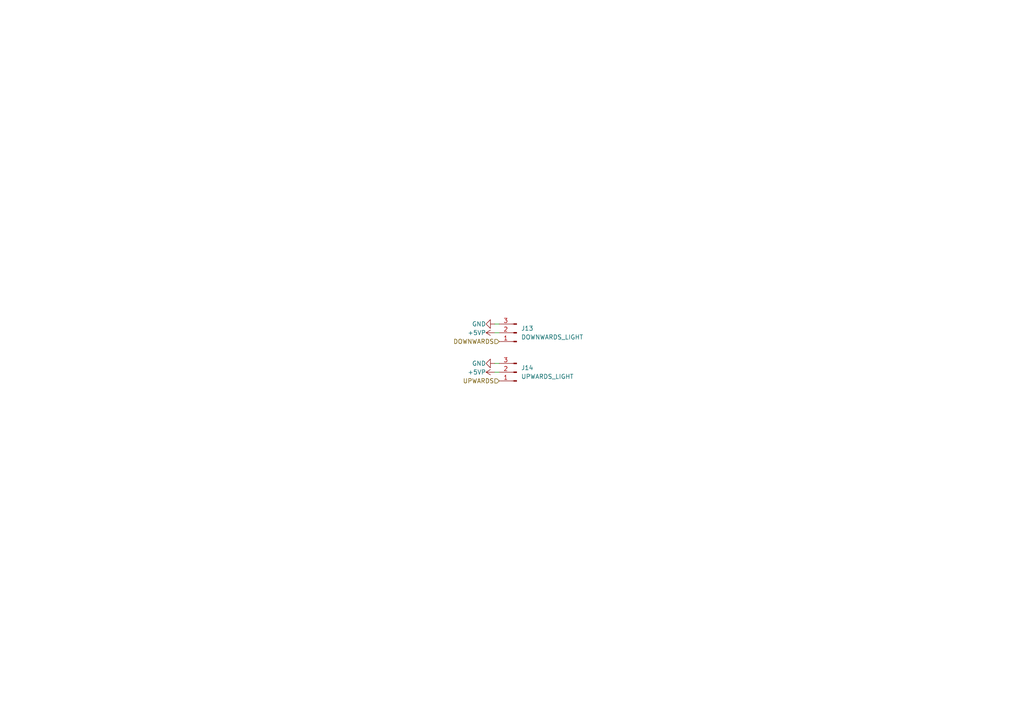
<source format=kicad_sch>
(kicad_sch (version 20230121) (generator eeschema)
  (paper "A4")
  (title_block (title "LumenPnP Motherboard") (date "2022-03-29") (company "Opulo"))
  (lib_symbols
    (symbol "Connector:Conn_01x03_Male" (pin_names (offset 1.016) hide)
      (property "Reference" "J" (at 0 5.08 0))
      (property "Value" "Conn_01x03_Male" (at 0 -5.08 0))
      (symbol "Conn_01x03_Male_1_1"
        (polyline (pts (xy 1.27 -2.54) (xy 0.8636 -2.54)) (stroke (width 0.1524)))
        (polyline (pts (xy 1.27 0) (xy 0.8636 0)) (stroke (width 0.1524)))
        (polyline (pts (xy 1.27 2.54) (xy 0.8636 2.54)) (stroke (width 0.1524)))
        (rectangle (start 0.8636 -2.413) (end 0 -2.667) (stroke (width 0.1524)) (fill (type outline)))
        (rectangle (start 0.8636 0.127) (end 0 -0.127) (stroke (width 0.1524)) (fill (type outline)))
        (rectangle (start 0.8636 2.667) (end 0 2.413) (stroke (width 0.1524)) (fill (type outline)))
        (pin passive line (at 5.08 2.54 180) (length 3.81) (name "Pin_1") (number "1"))
        (pin passive line (at 5.08 0 180) (length 3.81) (name "Pin_2") (number "2"))
        (pin passive line (at 5.08 -2.54 180) (length 3.81) (name "Pin_3") (number "3"))
      )
    )
    (symbol "power:+5VP" (power) (pin_names (offset 0))
      (property "Value" "+5VP" (at 0 3.556 0))
      (symbol "+5VP_0_1"
        (polyline (pts (xy -0.762 1.27) (xy 0 2.54)))
        (polyline (pts (xy 0 0) (xy 0 2.54)))
        (polyline (pts (xy 0 2.54) (xy 0.762 1.27)))
      )
      (symbol "+5VP_1_1"
        (pin power_in line (at 0 0 90) (length 0) hide (name "+5VP") (number "1"))
      )
    )
    (symbol "power:GND" (power) (pin_names (offset 0))
      (property "Value" "GND" (at 0 -3.81 0))
      (symbol "GND_0_1"
        (polyline (pts (xy 0 0) (xy 0 -1.27) (xy 1.27 -1.27) (xy 0 -2.54) (xy -1.27 -1.27) (xy 0 -1.27)))
      )
      (symbol "GND_1_1"
        (pin power_in line (at 0 0 270) (length 0) hide (name "GND") (number "1"))
      )
    )
  )
  (wire (pts (xy 143.51 105.41) (xy 144.78 105.41)))
  (wire (pts (xy 143.51 96.52) (xy 144.78 96.52)))
  (wire (pts (xy 143.51 107.95) (xy 144.78 107.95)))
  (wire (pts (xy 143.51 93.98) (xy 144.78 93.98)))
  (hierarchical_label "UPWARDS" (shape input) (at 144.78 110.49 180))
  (hierarchical_label "DOWNWARDS" (shape input) (at 144.78 99.06 180))
  (symbol (lib_id "Connector:Conn_01x03_Male") (at 149.86 96.52 180) (unit 1)
    (property "Reference" "J13" (at 151.13 95.25 0) (effects (justify right)))
    (property "Value" "DOWNWARDS_LIGHT" (at 151.13 97.79 0) (effects (justify right)))
    (property "Footprint" "Connector_JST:JST_XH_B3B-XH-A_1x03_P2.50mm_Vertical" (effects hide))
    (property "LCSC" "C2316" (effects hide))
    (property "JLCPCB" "C2316" (effects hide))
    (property "Digikey" "455-2248-ND" (effects hide))
  )
  (symbol (lib_id "Connector:Conn_01x03_Male") (at 149.86 107.95 180) (unit 1)
    (property "Reference" "J14" (at 151.13 106.68 0) (effects (justify right)))
    (property "Value" "UPWARDS_LIGHT" (at 151.13 109.22 0) (effects (justify right)))
    (property "Footprint" "Connector_JST:JST_XH_B3B-XH-A_1x03_P2.50mm_Vertical" (effects hide))
    (property "LCSC" "C2316" (effects hide))
    (property "JLCPCB" "C2316" (effects hide))
    (property "Digikey" "455-2248-ND" (effects hide))
  )
  (symbol (lib_id "power:+5VP") (at 143.51 96.52 90) (unit 1)
    (property "Reference" "#PWR0163" (effects hide))
    (property "Value" "+5VP" (at 140.97 96.52 90) (effects (justify left)))
  )
  (symbol (lib_id "power:GND") (at 143.51 93.98 270) (unit 1)
    (property "Reference" "#PWR0162" (effects hide))
    (property "Value" "GND" (at 140.97 93.98 90) (effects (justify right)))
  )
  (symbol (lib_id "power:GND") (at 143.51 105.41 270) (unit 1)
    (property "Reference" "#PWR0164" (effects hide))
    (property "Value" "GND" (at 140.97 105.41 90) (effects (justify right)))
  )
  (symbol (lib_id "power:+5VP") (at 143.51 107.95 90) (unit 1)
    (property "Reference" "#PWR0165" (effects hide))
    (property "Value" "+5VP" (at 140.97 107.95 90) (effects (justify left)))
  )
)
</source>
